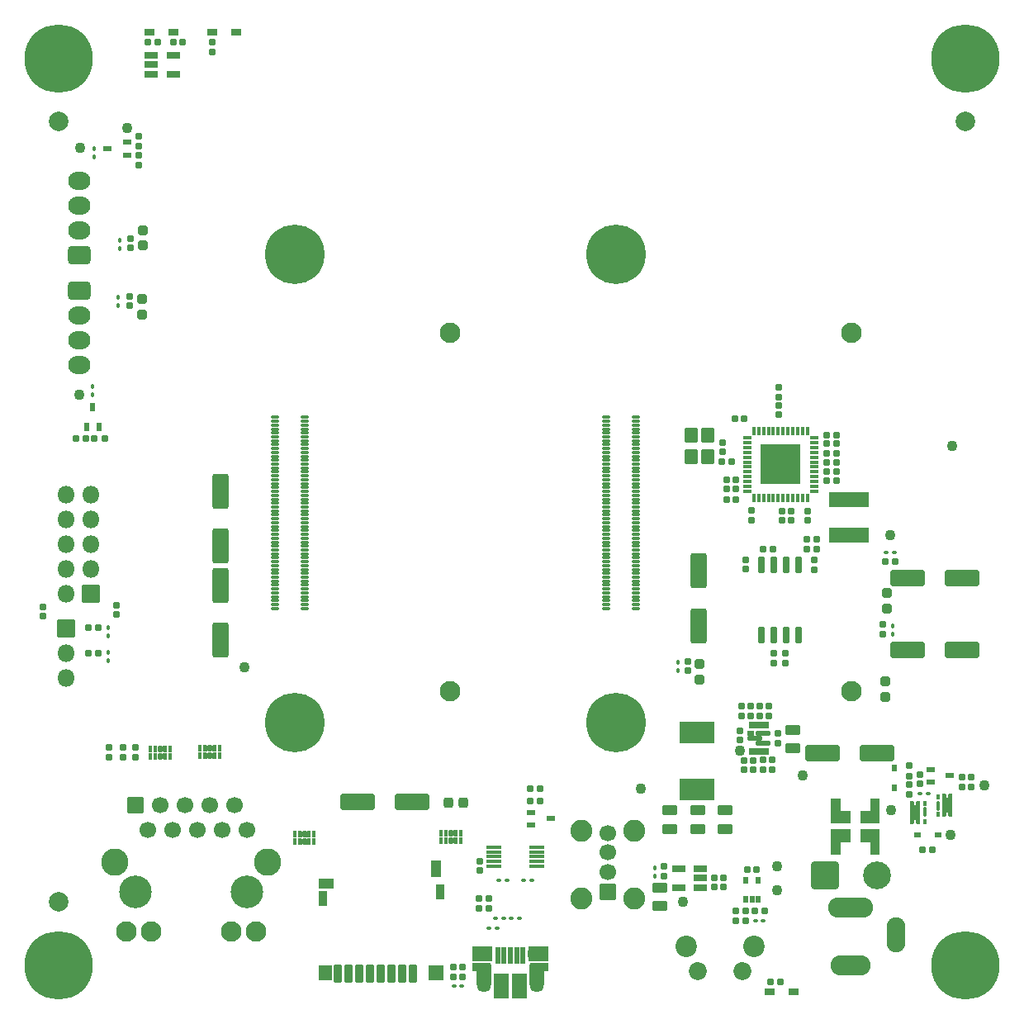
<source format=gts>
%TF.GenerationSoftware,KiCad,Pcbnew,(5.99.0-12650-g5c402a64ab)*%
%TF.CreationDate,2021-10-24T00:02:36+01:00*%
%TF.ProjectId,Pintry-X2,50696e74-7279-42d5-9832-2e6b69636164,rev?*%
%TF.SameCoordinates,Original*%
%TF.FileFunction,Soldermask,Top*%
%TF.FilePolarity,Negative*%
%FSLAX46Y46*%
G04 Gerber Fmt 4.6, Leading zero omitted, Abs format (unit mm)*
G04 Created by KiCad (PCBNEW (5.99.0-12650-g5c402a64ab)) date 2021-10-24 00:02:36*
%MOMM*%
%LPD*%
G01*
G04 APERTURE LIST*
G04 Aperture macros list*
%AMRoundRect*
0 Rectangle with rounded corners*
0 $1 Rounding radius*
0 $2 $3 $4 $5 $6 $7 $8 $9 X,Y pos of 4 corners*
0 Add a 4 corners polygon primitive as box body*
4,1,4,$2,$3,$4,$5,$6,$7,$8,$9,$2,$3,0*
0 Add four circle primitives for the rounded corners*
1,1,$1+$1,$2,$3*
1,1,$1+$1,$4,$5*
1,1,$1+$1,$6,$7*
1,1,$1+$1,$8,$9*
0 Add four rect primitives between the rounded corners*
20,1,$1+$1,$2,$3,$4,$5,0*
20,1,$1+$1,$4,$5,$6,$7,0*
20,1,$1+$1,$6,$7,$8,$9,0*
20,1,$1+$1,$8,$9,$2,$3,0*%
%AMFreePoly0*
4,1,32,0.444127,1.326197,0.447663,1.324733,0.474733,1.297663,0.476197,1.294127,0.480000,1.275000,0.480000,-0.425000,0.476197,-0.444127,0.474733,-0.447663,0.447663,-0.474733,0.444127,-0.476197,0.425000,-0.480000,-0.575000,-0.480000,-0.594127,-0.476197,-0.597663,-0.474733,-0.624733,-0.447663,-0.626197,-0.444127,-0.630000,-0.425000,-0.630000,0.520000,-1.875000,0.520000,-1.894127,0.523803,
-1.897663,0.525267,-1.924733,0.552337,-1.926197,0.555873,-1.930000,0.575000,-1.930000,1.275000,-1.926197,1.294127,-1.924733,1.297663,-1.897663,1.324733,-1.894127,1.326197,-1.875000,1.330000,0.425000,1.330000,0.444127,1.326197,0.444127,1.326197,$1*%
%AMFreePoly1*
4,1,29,1.135355,0.510355,1.150000,0.475000,1.150000,0.175000,1.135355,0.139645,1.100000,0.125000,0.800000,0.125000,0.800000,-0.125000,1.100000,-0.125000,1.135355,-0.139645,1.150000,-0.175000,1.150000,-0.475000,1.135355,-0.510355,1.100000,-0.525000,-1.100000,-0.525000,-1.135355,-0.510355,-1.150000,-0.475000,-1.150000,-0.175000,-1.135355,-0.139645,-1.100000,-0.125000,-0.800000,-0.125000,
-0.800000,0.125000,-1.100000,0.125000,-1.135355,0.139645,-1.150000,0.175000,-1.150000,0.475000,-1.135355,0.510355,-1.100000,0.525000,1.100000,0.525000,1.135355,0.510355,1.135355,0.510355,$1*%
G04 Aperture macros list end*
%ADD10C,0.010000*%
%ADD11RoundRect,0.300000X-1.125000X-1.125000X1.125000X-1.125000X1.125000X1.125000X-1.125000X1.125000X0*%
%ADD12C,2.850000*%
%ADD13RoundRect,0.050000X0.125000X-0.180000X0.125000X0.180000X-0.125000X0.180000X-0.125000X-0.180000X0*%
%ADD14C,1.100000*%
%ADD15RoundRect,0.050000X-0.150000X-0.275000X0.150000X-0.275000X0.150000X0.275000X-0.150000X0.275000X0*%
%ADD16RoundRect,0.050000X-0.200000X-0.275000X0.200000X-0.275000X0.200000X0.275000X-0.200000X0.275000X0*%
%ADD17RoundRect,0.185000X0.185000X-0.135000X0.185000X0.135000X-0.185000X0.135000X-0.185000X-0.135000X0*%
%ADD18RoundRect,0.200000X0.512500X0.150000X-0.512500X0.150000X-0.512500X-0.150000X0.512500X-0.150000X0*%
%ADD19RoundRect,0.185000X-0.135000X-0.185000X0.135000X-0.185000X0.135000X0.185000X-0.135000X0.185000X0*%
%ADD20RoundRect,0.190000X0.170000X-0.140000X0.170000X0.140000X-0.170000X0.140000X-0.170000X-0.140000X0*%
%ADD21RoundRect,0.300000X1.500000X0.550000X-1.500000X0.550000X-1.500000X-0.550000X1.500000X-0.550000X0*%
%ADD22RoundRect,0.190000X-0.140000X-0.170000X0.140000X-0.170000X0.140000X0.170000X-0.140000X0.170000X0*%
%ADD23FreePoly0,270.000000*%
%ADD24RoundRect,0.185000X-0.185000X0.135000X-0.185000X-0.135000X0.185000X-0.135000X0.185000X0.135000X0*%
%ADD25RoundRect,0.300000X-1.500000X-0.550000X1.500000X-0.550000X1.500000X0.550000X-1.500000X0.550000X0*%
%ADD26RoundRect,0.300000X0.550000X-1.500000X0.550000X1.500000X-0.550000X1.500000X-0.550000X-1.500000X0*%
%ADD27RoundRect,0.190000X-0.170000X0.140000X-0.170000X-0.140000X0.170000X-0.140000X0.170000X0.140000X0*%
%ADD28RoundRect,0.300000X-0.475000X0.250000X-0.475000X-0.250000X0.475000X-0.250000X0.475000X0.250000X0*%
%ADD29C,7.000000*%
%ADD30RoundRect,0.050000X0.200000X-0.825000X0.200000X0.825000X-0.200000X0.825000X-0.200000X-0.825000X0*%
%ADD31RoundRect,0.050000X-0.912500X-0.350000X0.912500X-0.350000X0.912500X0.350000X-0.912500X0.350000X0*%
%ADD32O,1.450000X1.800000*%
%ADD33RoundRect,0.050000X0.715000X-1.250000X0.715000X1.250000X-0.715000X1.250000X-0.715000X-1.250000X0*%
%ADD34RoundRect,0.050000X-0.675000X-1.000000X0.675000X-1.000000X0.675000X1.000000X-0.675000X1.000000X0*%
%ADD35O,1.200000X1.600000*%
%ADD36RoundRect,0.050000X-1.000000X-0.750000X1.000000X-0.750000X1.000000X0.750000X-1.000000X0.750000X0*%
%ADD37RoundRect,0.050000X-0.125000X0.180000X-0.125000X-0.180000X0.125000X-0.180000X0.125000X0.180000X0*%
%ADD38C,2.200000*%
%ADD39C,1.850000*%
%ADD40FreePoly1,270.000000*%
%ADD41RoundRect,0.050000X-0.150000X0.175000X-0.150000X-0.175000X0.150000X-0.175000X0.150000X0.175000X0*%
%ADD42RoundRect,0.050000X-0.117500X0.435000X-0.117500X-0.435000X0.117500X-0.435000X0.117500X0.435000X0*%
%ADD43RoundRect,0.050000X0.350000X-0.225000X0.350000X0.225000X-0.350000X0.225000X-0.350000X-0.225000X0*%
%ADD44RoundRect,0.050000X0.180000X0.125000X-0.180000X0.125000X-0.180000X-0.125000X0.180000X-0.125000X0*%
%ADD45RoundRect,0.050000X0.600000X-0.700000X0.600000X0.700000X-0.600000X0.700000X-0.600000X-0.700000X0*%
%ADD46RoundRect,0.112500X0.337500X0.062500X-0.337500X0.062500X-0.337500X-0.062500X0.337500X-0.062500X0*%
%ADD47RoundRect,0.112500X0.062500X0.337500X-0.062500X0.337500X-0.062500X-0.337500X0.062500X-0.337500X0*%
%ADD48RoundRect,0.050000X2.012500X2.012500X-2.012500X2.012500X-2.012500X-2.012500X2.012500X-2.012500X0*%
%ADD49RoundRect,0.050000X2.000000X-0.750000X2.000000X0.750000X-2.000000X0.750000X-2.000000X-0.750000X0*%
%ADD50RoundRect,0.050000X-0.450000X-0.300000X0.450000X-0.300000X0.450000X0.300000X-0.450000X0.300000X0*%
%ADD51RoundRect,0.050000X0.225000X-0.300000X0.225000X0.300000X-0.225000X0.300000X-0.225000X-0.300000X0*%
%ADD52RoundRect,0.050000X-1.700000X1.075000X-1.700000X-1.075000X1.700000X-1.075000X1.700000X1.075000X0*%
%ADD53RoundRect,0.190000X0.140000X0.170000X-0.140000X0.170000X-0.140000X-0.170000X0.140000X-0.170000X0*%
%ADD54RoundRect,0.268750X-0.256250X0.218750X-0.256250X-0.218750X0.256250X-0.218750X0.256250X0.218750X0*%
%ADD55C,2.000000*%
%ADD56RoundRect,0.050000X0.850000X0.850000X-0.850000X0.850000X-0.850000X-0.850000X0.850000X-0.850000X0*%
%ADD57O,1.800000X1.800000*%
%ADD58C,6.100000*%
%ADD59RoundRect,0.050000X-0.350000X0.100000X-0.350000X-0.100000X0.350000X-0.100000X0.350000X0.100000X0*%
%ADD60RoundRect,0.200000X0.150000X-0.650000X0.150000X0.650000X-0.150000X0.650000X-0.150000X-0.650000X0*%
%ADD61C,3.350000*%
%ADD62RoundRect,0.050000X-0.800000X-0.800000X0.800000X-0.800000X0.800000X0.800000X-0.800000X0.800000X0*%
%ADD63C,1.700000*%
%ADD64C,2.100000*%
%ADD65C,2.800000*%
%ADD66RoundRect,0.185000X0.135000X0.185000X-0.135000X0.185000X-0.135000X-0.185000X0.135000X-0.185000X0*%
%ADD67RoundRect,0.050000X-0.225000X-0.350000X0.225000X-0.350000X0.225000X0.350000X-0.225000X0.350000X0*%
%ADD68RoundRect,0.268750X-0.218750X-0.256250X0.218750X-0.256250X0.218750X0.256250X-0.218750X0.256250X0*%
%ADD69RoundRect,0.050000X-0.180000X-0.125000X0.180000X-0.125000X0.180000X0.125000X-0.180000X0.125000X0*%
%ADD70RoundRect,0.050000X0.300000X0.225000X-0.300000X0.225000X-0.300000X-0.225000X0.300000X-0.225000X0*%
%ADD71O,4.600000X2.100000*%
%ADD72O,4.100000X2.100000*%
%ADD73O,1.900000X3.600000*%
%ADD74RoundRect,0.050000X0.450000X0.300000X-0.450000X0.300000X-0.450000X-0.300000X0.450000X-0.300000X0*%
%ADD75RoundRect,0.300000X-0.550000X1.500000X-0.550000X-1.500000X0.550000X-1.500000X0.550000X1.500000X0*%
%ADD76RoundRect,0.050000X-0.350000X0.225000X-0.350000X-0.225000X0.350000X-0.225000X0.350000X0.225000X0*%
%ADD77RoundRect,0.050000X0.200000X-0.325000X0.200000X0.325000X-0.200000X0.325000X-0.200000X-0.325000X0*%
%ADD78RoundRect,0.300000X-0.845000X0.620000X-0.845000X-0.620000X0.845000X-0.620000X0.845000X0.620000X0*%
%ADD79O,2.290000X1.840000*%
%ADD80RoundRect,0.050000X-0.850000X-0.850000X0.850000X-0.850000X0.850000X0.850000X-0.850000X0.850000X0*%
%ADD81RoundRect,0.050000X0.700000X0.150000X-0.700000X0.150000X-0.700000X-0.150000X0.700000X-0.150000X0*%
%ADD82RoundRect,0.050000X-0.350000X-0.875000X0.350000X-0.875000X0.350000X0.875000X-0.350000X0.875000X0*%
%ADD83RoundRect,0.050000X-0.725000X-0.500000X0.725000X-0.500000X0.725000X0.500000X-0.725000X0.500000X0*%
%ADD84RoundRect,0.050000X-0.500000X-0.775000X0.500000X-0.775000X0.500000X0.775000X-0.500000X0.775000X0*%
%ADD85RoundRect,0.050000X-0.750000X-0.750000X0.750000X-0.750000X0.750000X0.750000X-0.750000X0.750000X0*%
%ADD86RoundRect,0.050000X-0.400000X-0.700000X0.400000X-0.700000X0.400000X0.700000X-0.400000X0.700000X0*%
%ADD87RoundRect,0.050000X-0.650000X-0.750000X0.650000X-0.750000X0.650000X0.750000X-0.650000X0.750000X0*%
%ADD88RoundRect,0.050000X-0.400000X-0.750000X0.400000X-0.750000X0.400000X0.750000X-0.400000X0.750000X0*%
%ADD89RoundRect,0.268750X0.256250X-0.218750X0.256250X0.218750X-0.256250X0.218750X-0.256250X-0.218750X0*%
%ADD90RoundRect,0.050000X0.800000X-0.800000X0.800000X0.800000X-0.800000X0.800000X-0.800000X-0.800000X0*%
%ADD91C,2.250000*%
%ADD92RoundRect,0.025000X0.700000X0.175000X-0.700000X0.175000X-0.700000X-0.175000X0.700000X-0.175000X0*%
%ADD93RoundRect,0.025000X0.175000X0.300000X-0.175000X0.300000X-0.175000X-0.300000X0.175000X-0.300000X0*%
%ADD94RoundRect,0.025000X0.300000X0.175000X-0.300000X0.175000X-0.300000X-0.175000X0.300000X-0.175000X0*%
%ADD95RoundRect,0.200000X-0.512500X-0.150000X0.512500X-0.150000X0.512500X0.150000X-0.512500X0.150000X0*%
%ADD96FreePoly1,90.000000*%
%ADD97RoundRect,0.050000X0.150000X-0.175000X0.150000X0.175000X-0.150000X0.175000X-0.150000X-0.175000X0*%
%ADD98RoundRect,0.050000X0.117500X-0.435000X0.117500X0.435000X-0.117500X0.435000X-0.117500X-0.435000X0*%
%ADD99RoundRect,0.300000X0.845000X-0.620000X0.845000X0.620000X-0.845000X0.620000X-0.845000X-0.620000X0*%
G04 APERTURE END LIST*
D10*
%TO.C,FL1*%
X152700000Y-191850000D02*
X152700000Y-189350000D01*
X152700000Y-189350000D02*
X153600000Y-189350000D01*
X153600000Y-189350000D02*
X153600000Y-190650000D01*
X153600000Y-190650000D02*
X154600000Y-190650000D01*
X154600000Y-190650000D02*
X154600000Y-191850000D01*
X154600000Y-191850000D02*
X152700000Y-191850000D01*
G36*
X153600000Y-190650000D02*
G01*
X154600000Y-190650000D01*
X154600000Y-191850000D01*
X152700000Y-191850000D01*
X152700000Y-189350000D01*
X153600000Y-189350000D01*
X153600000Y-190650000D01*
G37*
X153600000Y-190650000D02*
X154600000Y-190650000D01*
X154600000Y-191850000D01*
X152700000Y-191850000D01*
X152700000Y-189350000D01*
X153600000Y-189350000D01*
X153600000Y-190650000D01*
X157600000Y-191850000D02*
X157600000Y-189350000D01*
X157600000Y-189350000D02*
X156700000Y-189350000D01*
X156700000Y-189350000D02*
X156700000Y-190650000D01*
X156700000Y-190650000D02*
X155700000Y-190650000D01*
X155700000Y-190650000D02*
X155700000Y-191850000D01*
X155700000Y-191850000D02*
X157600000Y-191850000D01*
G36*
X157600000Y-191850000D02*
G01*
X155700000Y-191850000D01*
X155700000Y-190650000D01*
X156700000Y-190650000D01*
X156700000Y-189350000D01*
X157600000Y-189350000D01*
X157600000Y-191850000D01*
G37*
X157600000Y-191850000D02*
X155700000Y-191850000D01*
X155700000Y-190650000D01*
X156700000Y-190650000D01*
X156700000Y-189350000D01*
X157600000Y-189350000D01*
X157600000Y-191850000D01*
X157600000Y-192550000D02*
X157600000Y-195050000D01*
X157600000Y-195050000D02*
X156700000Y-195050000D01*
X156700000Y-195050000D02*
X156700000Y-193750000D01*
X156700000Y-193750000D02*
X155700000Y-193750000D01*
X155700000Y-193750000D02*
X155700000Y-192550000D01*
X155700000Y-192550000D02*
X157600000Y-192550000D01*
G36*
X157600000Y-195050000D02*
G01*
X156700000Y-195050000D01*
X156700000Y-193750000D01*
X155700000Y-193750000D01*
X155700000Y-192550000D01*
X157600000Y-192550000D01*
X157600000Y-195050000D01*
G37*
X157600000Y-195050000D02*
X156700000Y-195050000D01*
X156700000Y-193750000D01*
X155700000Y-193750000D01*
X155700000Y-192550000D01*
X157600000Y-192550000D01*
X157600000Y-195050000D01*
X152700000Y-192550000D02*
X152700000Y-195050000D01*
X152700000Y-195050000D02*
X153600000Y-195050000D01*
X153600000Y-195050000D02*
X153600000Y-193750000D01*
X153600000Y-193750000D02*
X154600000Y-193750000D01*
X154600000Y-193750000D02*
X154600000Y-192550000D01*
X154600000Y-192550000D02*
X152700000Y-192550000D01*
G36*
X154600000Y-193750000D02*
G01*
X153600000Y-193750000D01*
X153600000Y-195050000D01*
X152700000Y-195050000D01*
X152700000Y-192550000D01*
X154600000Y-192550000D01*
X154600000Y-193750000D01*
G37*
X154600000Y-193750000D02*
X153600000Y-193750000D01*
X153600000Y-195050000D01*
X152700000Y-195050000D01*
X152700000Y-192550000D01*
X154600000Y-192550000D01*
X154600000Y-193750000D01*
X152700000Y-191850000D02*
X152700000Y-189350000D01*
X152700000Y-189350000D02*
X153600000Y-189350000D01*
X153600000Y-189350000D02*
X153600000Y-190650000D01*
X153600000Y-190650000D02*
X154600000Y-190650000D01*
X154600000Y-190650000D02*
X154600000Y-191850000D01*
X154600000Y-191850000D02*
X152700000Y-191850000D01*
G36*
X153600000Y-190650000D02*
G01*
X154600000Y-190650000D01*
X154600000Y-191850000D01*
X152700000Y-191850000D01*
X152700000Y-189350000D01*
X153600000Y-189350000D01*
X153600000Y-190650000D01*
G37*
X153600000Y-190650000D02*
X154600000Y-190650000D01*
X154600000Y-191850000D01*
X152700000Y-191850000D01*
X152700000Y-189350000D01*
X153600000Y-189350000D01*
X153600000Y-190650000D01*
X157600000Y-191850000D02*
X157600000Y-189350000D01*
X157600000Y-189350000D02*
X156700000Y-189350000D01*
X156700000Y-189350000D02*
X156700000Y-190650000D01*
X156700000Y-190650000D02*
X155700000Y-190650000D01*
X155700000Y-190650000D02*
X155700000Y-191850000D01*
X155700000Y-191850000D02*
X157600000Y-191850000D01*
G36*
X157600000Y-191850000D02*
G01*
X155700000Y-191850000D01*
X155700000Y-190650000D01*
X156700000Y-190650000D01*
X156700000Y-189350000D01*
X157600000Y-189350000D01*
X157600000Y-191850000D01*
G37*
X157600000Y-191850000D02*
X155700000Y-191850000D01*
X155700000Y-190650000D01*
X156700000Y-190650000D01*
X156700000Y-189350000D01*
X157600000Y-189350000D01*
X157600000Y-191850000D01*
X157600000Y-192550000D02*
X157600000Y-195050000D01*
X157600000Y-195050000D02*
X156700000Y-195050000D01*
X156700000Y-195050000D02*
X156700000Y-193750000D01*
X156700000Y-193750000D02*
X155700000Y-193750000D01*
X155700000Y-193750000D02*
X155700000Y-192550000D01*
X155700000Y-192550000D02*
X157600000Y-192550000D01*
G36*
X157600000Y-195050000D02*
G01*
X156700000Y-195050000D01*
X156700000Y-193750000D01*
X155700000Y-193750000D01*
X155700000Y-192550000D01*
X157600000Y-192550000D01*
X157600000Y-195050000D01*
G37*
X157600000Y-195050000D02*
X156700000Y-195050000D01*
X156700000Y-193750000D01*
X155700000Y-193750000D01*
X155700000Y-192550000D01*
X157600000Y-192550000D01*
X157600000Y-195050000D01*
X152700000Y-192550000D02*
X152700000Y-195050000D01*
X152700000Y-195050000D02*
X153600000Y-195050000D01*
X153600000Y-195050000D02*
X153600000Y-193750000D01*
X153600000Y-193750000D02*
X154600000Y-193750000D01*
X154600000Y-193750000D02*
X154600000Y-192550000D01*
X154600000Y-192550000D02*
X152700000Y-192550000D01*
G36*
X154600000Y-193750000D02*
G01*
X153600000Y-193750000D01*
X153600000Y-195050000D01*
X152700000Y-195050000D01*
X152700000Y-192550000D01*
X154600000Y-192550000D01*
X154600000Y-193750000D01*
G37*
X154600000Y-193750000D02*
X153600000Y-193750000D01*
X153600000Y-195050000D01*
X152700000Y-195050000D01*
X152700000Y-192550000D01*
X154600000Y-192550000D01*
X154600000Y-193750000D01*
%TD*%
D11*
%TO.C,J12*%
X152050000Y-197250000D03*
D12*
X157450000Y-197250000D03*
%TD*%
D13*
%TO.C,D13*%
X79750000Y-132130000D03*
X79750000Y-132970000D03*
%TD*%
D14*
%TO.C,TP5*%
X168450000Y-188000000D03*
%TD*%
D15*
%TO.C,U2*%
X88000000Y-185020000D03*
X88500000Y-185020000D03*
D16*
X89000000Y-185020000D03*
D15*
X89500000Y-185020000D03*
X90000000Y-185020000D03*
X90000000Y-184250000D03*
X89500000Y-184250000D03*
D16*
X89000000Y-184250000D03*
D15*
X88500000Y-184250000D03*
X88000000Y-184250000D03*
%TD*%
D17*
%TO.C,R27*%
X160700000Y-188960000D03*
X160700000Y-187940000D03*
%TD*%
D14*
%TO.C,TP9*%
X75700000Y-122700000D03*
%TD*%
D18*
%TO.C,U15*%
X139337500Y-198500000D03*
X139337500Y-197550000D03*
X139337500Y-196600000D03*
X137062500Y-196600000D03*
X137062500Y-198500000D03*
%TD*%
D19*
%TO.C,R10*%
X77190000Y-152500000D03*
X78210000Y-152500000D03*
%TD*%
D20*
%TO.C,C2*%
X116650000Y-196780000D03*
X116650000Y-195820000D03*
%TD*%
D21*
%TO.C,C49*%
X109725000Y-189750000D03*
X104125000Y-189750000D03*
%TD*%
D17*
%TO.C,R30*%
X145700000Y-186460000D03*
X145700000Y-185440000D03*
%TD*%
D15*
%TO.C,U6*%
X97700000Y-193820000D03*
X98200000Y-193820000D03*
D16*
X98700000Y-193820000D03*
D15*
X99200000Y-193820000D03*
X99700000Y-193820000D03*
X99700000Y-193050000D03*
X99200000Y-193050000D03*
D16*
X98700000Y-193050000D03*
D15*
X98200000Y-193050000D03*
X97700000Y-193050000D03*
%TD*%
D22*
%TO.C,C15*%
X113970000Y-206700000D03*
X114930000Y-206700000D03*
%TD*%
D23*
%TO.C,FL1*%
X156225000Y-191325000D03*
%TD*%
D24*
%TO.C,R3*%
X78700000Y-184140000D03*
X78700000Y-185160000D03*
%TD*%
D14*
%TO.C,TP6*%
X165150000Y-153250000D03*
%TD*%
D25*
%TO.C,C55*%
X160575000Y-166750000D03*
X166175000Y-166750000D03*
%TD*%
D17*
%TO.C,R31*%
X166100000Y-188210000D03*
X166100000Y-187190000D03*
%TD*%
%TO.C,R2*%
X116600000Y-200610000D03*
X116600000Y-199590000D03*
%TD*%
D26*
%TO.C,C50*%
X139100000Y-171650000D03*
X139100000Y-166050000D03*
%TD*%
D22*
%TO.C,C28*%
X152277500Y-154917500D03*
X153237500Y-154917500D03*
%TD*%
D27*
%TO.C,C68*%
X71900000Y-169720000D03*
X71900000Y-170680000D03*
%TD*%
D28*
%TO.C,C58*%
X148750000Y-182350000D03*
X148750000Y-184250000D03*
%TD*%
D13*
%TO.C,D12*%
X78550000Y-174430000D03*
X78550000Y-175270000D03*
%TD*%
D29*
%TO.C,H3*%
X166500000Y-113500000D03*
%TD*%
D19*
%TO.C,R16*%
X121840000Y-189650000D03*
X122860000Y-189650000D03*
%TD*%
D14*
%TO.C,TP11*%
X158800000Y-162350000D03*
%TD*%
D28*
%TO.C,C6*%
X135150000Y-198500000D03*
X135150000Y-200400000D03*
%TD*%
D17*
%TO.C,R7*%
X81750000Y-124410000D03*
X81750000Y-123390000D03*
%TD*%
D24*
%TO.C,R6*%
X89300000Y-111790000D03*
X89300000Y-112810000D03*
%TD*%
D27*
%TO.C,C27*%
X143950000Y-164920000D03*
X143950000Y-165880000D03*
%TD*%
D30*
%TO.C,J1*%
X118515000Y-205435000D03*
X119165000Y-205435000D03*
X119815000Y-205435000D03*
X120465000Y-205435000D03*
X121115000Y-205435000D03*
D31*
X116865000Y-206635000D03*
D32*
X117085000Y-208315000D03*
D31*
X122815000Y-206635000D03*
D32*
X122545000Y-208315000D03*
D33*
X118855000Y-208585000D03*
D34*
X122565000Y-207385000D03*
X117085000Y-207385000D03*
D35*
X122235000Y-205315000D03*
D36*
X122715000Y-205315000D03*
D33*
X120775000Y-208585000D03*
D35*
X117395000Y-205315000D03*
D36*
X116965000Y-205335000D03*
%TD*%
D17*
%TO.C,R13*%
X147350000Y-148210000D03*
X147350000Y-147190000D03*
%TD*%
D37*
%TO.C,D16*%
X77000000Y-148020000D03*
X77000000Y-147180000D03*
%TD*%
D20*
%TO.C,C5*%
X141700000Y-198480000D03*
X141700000Y-197520000D03*
%TD*%
D38*
%TO.C,SW1*%
X137825000Y-204577500D03*
X144835000Y-204577500D03*
D39*
X143585000Y-207067500D03*
X139085000Y-207067500D03*
%TD*%
D40*
%TO.C,Q7*%
X164625000Y-190100000D03*
D41*
X163650000Y-189175000D03*
X163650000Y-191025000D03*
D42*
X163650000Y-190140000D03*
%TD*%
D43*
%TO.C,Q1*%
X80500000Y-123400000D03*
X80500000Y-122100000D03*
X78500000Y-122750000D03*
%TD*%
D17*
%TO.C,R22*%
X145400000Y-180910000D03*
X145400000Y-179890000D03*
%TD*%
D44*
%TO.C,D4*%
X121180000Y-197750000D03*
X122020000Y-197750000D03*
%TD*%
D45*
%TO.C,Y1*%
X140062500Y-154362500D03*
X140062500Y-152162500D03*
X138362500Y-152162500D03*
X138362500Y-154362500D03*
%TD*%
D37*
%TO.C,D23*%
X159025000Y-172527500D03*
X159025000Y-171687500D03*
%TD*%
D17*
%TO.C,R26*%
X143500000Y-180910000D03*
X143500000Y-179890000D03*
%TD*%
D46*
%TO.C,U7*%
X150987500Y-157887500D03*
X150987500Y-157387500D03*
X150987500Y-156887500D03*
X150987500Y-156387500D03*
X150987500Y-155887500D03*
X150987500Y-155387500D03*
X150987500Y-154887500D03*
X150987500Y-154387500D03*
X150987500Y-153887500D03*
X150987500Y-153387500D03*
X150987500Y-152887500D03*
X150987500Y-152387500D03*
D47*
X150287500Y-151687500D03*
X149787500Y-151687500D03*
X149287500Y-151687500D03*
X148787500Y-151687500D03*
X148287500Y-151687500D03*
X147787500Y-151687500D03*
X147287500Y-151687500D03*
X146787500Y-151687500D03*
X146287500Y-151687500D03*
X145787500Y-151687500D03*
X145287500Y-151687500D03*
X144787500Y-151687500D03*
D46*
X144087500Y-152387500D03*
X144087500Y-152887500D03*
X144087500Y-153387500D03*
X144087500Y-153887500D03*
X144087500Y-154387500D03*
X144087500Y-154887500D03*
X144087500Y-155387500D03*
X144087500Y-155887500D03*
X144087500Y-156387500D03*
X144087500Y-156887500D03*
X144087500Y-157387500D03*
X144087500Y-157887500D03*
D47*
X144787500Y-158587500D03*
X145287500Y-158587500D03*
X145787500Y-158587500D03*
X146287500Y-158587500D03*
X146787500Y-158587500D03*
X147287500Y-158587500D03*
X147787500Y-158587500D03*
X148287500Y-158587500D03*
X148787500Y-158587500D03*
X149287500Y-158587500D03*
X149787500Y-158587500D03*
X150287500Y-158587500D03*
D48*
X147537500Y-155137500D03*
%TD*%
D13*
%TO.C,D15*%
X77150000Y-122730000D03*
X77150000Y-123570000D03*
%TD*%
D49*
%TO.C,L1*%
X154500000Y-162350000D03*
X154500000Y-158750000D03*
%TD*%
D14*
%TO.C,TP3*%
X164950000Y-193150000D03*
%TD*%
D50*
%TO.C,D8*%
X82850000Y-110800000D03*
X85250000Y-110800000D03*
%TD*%
D24*
%TO.C,R23*%
X146350000Y-179890000D03*
X146350000Y-180910000D03*
%TD*%
D22*
%TO.C,C13*%
X144120000Y-196650000D03*
X145080000Y-196650000D03*
%TD*%
D20*
%TO.C,C17*%
X80750000Y-138880000D03*
X80750000Y-137920000D03*
%TD*%
D13*
%TO.C,D21*%
X137000000Y-175405000D03*
X137000000Y-176245000D03*
%TD*%
D29*
%TO.C,H4*%
X73500000Y-113500000D03*
%TD*%
D51*
%TO.C,D26*%
X159200000Y-188325000D03*
X159200000Y-186225000D03*
%TD*%
D15*
%TO.C,U1*%
X82950000Y-185035000D03*
X83450000Y-185035000D03*
D16*
X83950000Y-185035000D03*
D15*
X84450000Y-185035000D03*
X84950000Y-185035000D03*
X84950000Y-184265000D03*
X84450000Y-184265000D03*
D16*
X83950000Y-184265000D03*
D15*
X83450000Y-184265000D03*
X82950000Y-184265000D03*
%TD*%
D52*
%TO.C,L2*%
X139000000Y-182575000D03*
X139000000Y-188425000D03*
%TD*%
D19*
%TO.C,R8*%
X75280000Y-152500000D03*
X76300000Y-152500000D03*
%TD*%
D15*
%TO.C,U5*%
X112750000Y-193685000D03*
X113250000Y-193685000D03*
D16*
X113750000Y-193685000D03*
D15*
X114250000Y-193685000D03*
X114750000Y-193685000D03*
X114750000Y-192915000D03*
X114250000Y-192915000D03*
D16*
X113750000Y-192915000D03*
D15*
X113250000Y-192915000D03*
X112750000Y-192915000D03*
%TD*%
D19*
%TO.C,R35*%
X121840000Y-188400000D03*
X122860000Y-188400000D03*
%TD*%
D53*
%TO.C,C36*%
X143780000Y-150450000D03*
X142820000Y-150450000D03*
%TD*%
D29*
%TO.C,H2*%
X73500000Y-206500000D03*
%TD*%
D19*
%TO.C,R20*%
X76590000Y-174450000D03*
X77610000Y-174450000D03*
%TD*%
D29*
%TO.C,H1*%
X166500000Y-206500000D03*
%TD*%
D54*
%TO.C,FB6*%
X158250000Y-177362500D03*
X158250000Y-178937500D03*
%TD*%
D19*
%TO.C,R14*%
X146530000Y-208200000D03*
X147550000Y-208200000D03*
%TD*%
D27*
%TO.C,C38*%
X147657500Y-159887500D03*
X147657500Y-160847500D03*
%TD*%
D53*
%TO.C,C33*%
X142937500Y-158767500D03*
X141977500Y-158767500D03*
%TD*%
D55*
%TO.C,FID3*%
X73500000Y-200000000D03*
%TD*%
D44*
%TO.C,D25*%
X161830000Y-188900000D03*
X162670000Y-188900000D03*
%TD*%
D55*
%TO.C,FID1*%
X166500000Y-120000000D03*
%TD*%
D24*
%TO.C,R24*%
X144450000Y-179890000D03*
X144450000Y-180910000D03*
%TD*%
D50*
%TO.C,D9*%
X89300000Y-110800000D03*
X91700000Y-110800000D03*
%TD*%
D26*
%TO.C,C10*%
X90100000Y-163450000D03*
X90100000Y-157850000D03*
%TD*%
D22*
%TO.C,C11*%
X85270000Y-111850000D03*
X86230000Y-111850000D03*
%TD*%
D54*
%TO.C,FB1*%
X82150000Y-131112500D03*
X82150000Y-132687500D03*
%TD*%
D27*
%TO.C,C39*%
X148607500Y-159887500D03*
X148607500Y-160847500D03*
%TD*%
D44*
%TO.C,D3*%
X119900000Y-201700000D03*
X120740000Y-201700000D03*
%TD*%
%TO.C,D22*%
X158380000Y-164125000D03*
X159220000Y-164125000D03*
%TD*%
D24*
%TO.C,R4*%
X80100000Y-184140000D03*
X80100000Y-185160000D03*
%TD*%
D22*
%TO.C,C34*%
X152277500Y-152117500D03*
X153237500Y-152117500D03*
%TD*%
%TO.C,C14*%
X113970000Y-207650000D03*
X114930000Y-207650000D03*
%TD*%
D55*
%TO.C,FID5*%
X73500000Y-120000000D03*
%TD*%
D22*
%TO.C,C32*%
X152277500Y-153017500D03*
X153237500Y-153017500D03*
%TD*%
D27*
%TO.C,C23*%
X151200000Y-162820000D03*
X151200000Y-163780000D03*
%TD*%
D22*
%TO.C,C43*%
X158295000Y-165100000D03*
X159255000Y-165100000D03*
%TD*%
D27*
%TO.C,C61*%
X143800000Y-185470000D03*
X143800000Y-186430000D03*
%TD*%
D56*
%TO.C,J6*%
X76775000Y-168375000D03*
D57*
X74235000Y-168375000D03*
X76775000Y-165835000D03*
X74235000Y-165835000D03*
X76775000Y-163295000D03*
X74235000Y-163295000D03*
X76775000Y-160755000D03*
X74235000Y-160755000D03*
X76775000Y-158215000D03*
X74235000Y-158215000D03*
%TD*%
D22*
%TO.C,C31*%
X152277500Y-156767500D03*
X153237500Y-156767500D03*
%TD*%
D20*
%TO.C,C4*%
X140750000Y-198480000D03*
X140750000Y-197520000D03*
%TD*%
D24*
%TO.C,R11*%
X150950000Y-164890000D03*
X150950000Y-165910000D03*
%TD*%
D44*
%TO.C,D10*%
X114030000Y-208600000D03*
X114870000Y-208600000D03*
%TD*%
D58*
%TO.C,Module1*%
X130700000Y-133600000D03*
X97700000Y-181600000D03*
X97700000Y-133600000D03*
X130700000Y-181600000D03*
D59*
X95700000Y-150300000D03*
X98780000Y-150300000D03*
X95700000Y-150700000D03*
X98780000Y-150700000D03*
X95700000Y-151100000D03*
X98780000Y-151100000D03*
X95700000Y-151500000D03*
X98780000Y-151500000D03*
X95700000Y-151900000D03*
X98780000Y-151900000D03*
X95700000Y-152300000D03*
X98780000Y-152300000D03*
X95700000Y-152700000D03*
X98780000Y-152700000D03*
X95700000Y-153100000D03*
X98780000Y-153100000D03*
X95700000Y-153500000D03*
X98780000Y-153500000D03*
X95700000Y-153900000D03*
X98780000Y-153900000D03*
X95700000Y-154300000D03*
X98780000Y-154300000D03*
X95700000Y-154700000D03*
X98780000Y-154700000D03*
X95700000Y-155100000D03*
X98780000Y-155100000D03*
X95700000Y-155500000D03*
X98780000Y-155500000D03*
X95700000Y-155900000D03*
X98780000Y-155900000D03*
X95700000Y-156300000D03*
X98780000Y-156300000D03*
X95700000Y-156700000D03*
X98780000Y-156700000D03*
X95700000Y-157100000D03*
X98780000Y-157100000D03*
X95700000Y-157500000D03*
X98780000Y-157500000D03*
X95700000Y-157900000D03*
X98780000Y-157900000D03*
X95700000Y-158300000D03*
X98780000Y-158300000D03*
X95700000Y-158700000D03*
X98780000Y-158700000D03*
X95700000Y-159100000D03*
X98780000Y-159100000D03*
X95700000Y-159500000D03*
X98780000Y-159500000D03*
X95700000Y-159900000D03*
X98780000Y-159900000D03*
X95700000Y-160300000D03*
X98780000Y-160300000D03*
X95700000Y-160700000D03*
X98780000Y-160700000D03*
X95700000Y-161100000D03*
X98780000Y-161100000D03*
X95700000Y-161500000D03*
X98780000Y-161500000D03*
X95700000Y-161900000D03*
X98780000Y-161900000D03*
X95700000Y-162300000D03*
X98780000Y-162300000D03*
X95700000Y-162700000D03*
X98780000Y-162700000D03*
X95700000Y-163100000D03*
X98780000Y-163100000D03*
X95700000Y-163500000D03*
X98780000Y-163500000D03*
X95700000Y-163900000D03*
X98780000Y-163900000D03*
X95700000Y-164300000D03*
X98780000Y-164300000D03*
X95700000Y-164700000D03*
X98780000Y-164700000D03*
X95700000Y-165100000D03*
X98780000Y-165100000D03*
X95700000Y-165500000D03*
X98780000Y-165500000D03*
X95700000Y-165900000D03*
X98780000Y-165900000D03*
X95700000Y-166300000D03*
X98780000Y-166300000D03*
X95700000Y-166700000D03*
X98780000Y-166700000D03*
X95700000Y-167100000D03*
X98780000Y-167100000D03*
X95700000Y-167500000D03*
X98780000Y-167500000D03*
X95700000Y-167900000D03*
X98780000Y-167900000D03*
X95700000Y-168300000D03*
X98780000Y-168300000D03*
X95700000Y-168700000D03*
X98780000Y-168700000D03*
X95700000Y-169100000D03*
X98780000Y-169100000D03*
X95700000Y-169500000D03*
X98780000Y-169500000D03*
X95700000Y-169900000D03*
X98780000Y-169900000D03*
X129620000Y-150300000D03*
X132700000Y-150300000D03*
X129620000Y-150700000D03*
X132700000Y-150700000D03*
X129620000Y-151100000D03*
X132700000Y-151100000D03*
X129620000Y-151500000D03*
X132700000Y-151500000D03*
X129620000Y-151900000D03*
X132700000Y-151900000D03*
X129620000Y-152300000D03*
X132700000Y-152300000D03*
X129620000Y-152700000D03*
X132700000Y-152700000D03*
X129620000Y-153100000D03*
X132700000Y-153100000D03*
X129620000Y-153500000D03*
X132700000Y-153500000D03*
X129620000Y-153900000D03*
X132700000Y-153900000D03*
X129620000Y-154300000D03*
X132700000Y-154300000D03*
X129620000Y-154700000D03*
X132700000Y-154700000D03*
X129620000Y-155100000D03*
X132700000Y-155100000D03*
X129620000Y-155500000D03*
X132700000Y-155500000D03*
X129620000Y-155900000D03*
X132700000Y-155900000D03*
X129620000Y-156300000D03*
X132700000Y-156300000D03*
X129620000Y-156700000D03*
X132700000Y-156700000D03*
X129620000Y-157100000D03*
X132700000Y-157100000D03*
X129620000Y-157500000D03*
X132700000Y-157500000D03*
X129620000Y-157900000D03*
X132700000Y-157900000D03*
X129620000Y-158300000D03*
X132700000Y-158300000D03*
X129620000Y-158700000D03*
X132700000Y-158700000D03*
X129620000Y-159100000D03*
X132700000Y-159100000D03*
X129620000Y-159500000D03*
X132700000Y-159500000D03*
X129620000Y-159900000D03*
X132700000Y-159900000D03*
X129620000Y-160300000D03*
X132700000Y-160300000D03*
X129620000Y-160700000D03*
X132700000Y-160700000D03*
X129620000Y-161100000D03*
X132700000Y-161100000D03*
X129620000Y-161500000D03*
X132700000Y-161500000D03*
X129620000Y-161900000D03*
X132700000Y-161900000D03*
X129620000Y-162300000D03*
X132700000Y-162300000D03*
X129620000Y-162700000D03*
X132700000Y-162700000D03*
X129620000Y-163100000D03*
X132700000Y-163100000D03*
X129620000Y-163500000D03*
X132700000Y-163500000D03*
X129620000Y-163900000D03*
X132700000Y-163900000D03*
X129620000Y-164300000D03*
X132700000Y-164300000D03*
X129620000Y-164700000D03*
X132700000Y-164700000D03*
X129620000Y-165100000D03*
X132700000Y-165100000D03*
X129620000Y-165500000D03*
X132700000Y-165500000D03*
X129620000Y-165900000D03*
X132700000Y-165900000D03*
X129620000Y-166300000D03*
X132700000Y-166300000D03*
X129620000Y-166700000D03*
X132700000Y-166700000D03*
X129620000Y-167100000D03*
X132700000Y-167100000D03*
X129620000Y-167500000D03*
X132700000Y-167500000D03*
X129620000Y-167900000D03*
X132700000Y-167900000D03*
X129620000Y-168300000D03*
X132700000Y-168300000D03*
X129620000Y-168700000D03*
X132700000Y-168700000D03*
X129620000Y-169100000D03*
X132700000Y-169100000D03*
X129620000Y-169500000D03*
X132700000Y-169500000D03*
X129620000Y-169900000D03*
X132700000Y-169900000D03*
%TD*%
D60*
%TO.C,U10*%
X145545000Y-172650000D03*
X146815000Y-172650000D03*
X148085000Y-172650000D03*
X149355000Y-172650000D03*
X149355000Y-165450000D03*
X148085000Y-165450000D03*
X146815000Y-165450000D03*
X145545000Y-165450000D03*
%TD*%
D20*
%TO.C,C9*%
X81400000Y-185130000D03*
X81400000Y-184170000D03*
%TD*%
D13*
%TO.C,D11*%
X78550000Y-171880000D03*
X78550000Y-172720000D03*
%TD*%
D61*
%TO.C,J3*%
X92815000Y-198925000D03*
X81385000Y-198925000D03*
D62*
X81385000Y-190035000D03*
D63*
X82655000Y-192575000D03*
X83925000Y-190035000D03*
X85195000Y-192575000D03*
X86465000Y-190035000D03*
X87735000Y-192575000D03*
X89005000Y-190035000D03*
X90275000Y-192575000D03*
X91545000Y-190035000D03*
X92815000Y-192575000D03*
D64*
X80455000Y-202985000D03*
X83005000Y-202985000D03*
X91205000Y-202985000D03*
X93755000Y-202985000D03*
D65*
X94955000Y-195875000D03*
X79245000Y-195875000D03*
%TD*%
D28*
%TO.C,C64*%
X141800000Y-190600000D03*
X141800000Y-192500000D03*
%TD*%
D66*
%TO.C,R15*%
X143960000Y-200900000D03*
X142940000Y-200900000D03*
%TD*%
D53*
%TO.C,C40*%
X142487500Y-154812500D03*
X141527500Y-154812500D03*
%TD*%
D27*
%TO.C,C42*%
X138000000Y-175345000D03*
X138000000Y-176305000D03*
%TD*%
%TO.C,C60*%
X143400000Y-182420000D03*
X143400000Y-183380000D03*
%TD*%
D67*
%TO.C,Q2*%
X76350000Y-151250000D03*
X77650000Y-151250000D03*
X77000000Y-149250000D03*
%TD*%
D28*
%TO.C,C62*%
X139050000Y-190600000D03*
X139050000Y-192500000D03*
%TD*%
D68*
%TO.C,FB3*%
X113437500Y-189775000D03*
X115012500Y-189775000D03*
%TD*%
D69*
%TO.C,D6*%
X119470000Y-197750000D03*
X118630000Y-197750000D03*
%TD*%
D70*
%TO.C,D24*%
X163700000Y-193150000D03*
X161600000Y-193150000D03*
%TD*%
D14*
%TO.C,TP1*%
X158850000Y-190600000D03*
%TD*%
D17*
%TO.C,R29*%
X146650000Y-186460000D03*
X146650000Y-185440000D03*
%TD*%
%TO.C,R9*%
X81750000Y-122510000D03*
X81750000Y-121490000D03*
%TD*%
D22*
%TO.C,C29*%
X152277500Y-155867500D03*
X153237500Y-155867500D03*
%TD*%
D71*
%TO.C,J11*%
X154700000Y-200550000D03*
D72*
X154700000Y-206450000D03*
D73*
X159400000Y-203350000D03*
%TD*%
D74*
%TO.C,D17*%
X148837500Y-209200000D03*
X146437500Y-209200000D03*
%TD*%
D14*
%TO.C,TP14*%
X137500000Y-200000000D03*
%TD*%
%TO.C,TP8*%
X147200000Y-196350000D03*
%TD*%
D75*
%TO.C,C8*%
X90100000Y-167550000D03*
X90100000Y-173150000D03*
%TD*%
D66*
%TO.C,R5*%
X143960000Y-201950000D03*
X142940000Y-201950000D03*
%TD*%
D76*
%TO.C,Q6*%
X162900000Y-186400000D03*
X162900000Y-187700000D03*
X164900000Y-187050000D03*
%TD*%
D19*
%TO.C,R1*%
X82690000Y-111850000D03*
X83710000Y-111850000D03*
%TD*%
D77*
%TO.C,U4*%
X143950000Y-199700000D03*
X144600000Y-199700000D03*
X145250000Y-199700000D03*
X145250000Y-197800000D03*
X143950000Y-197800000D03*
%TD*%
D78*
%TO.C,J8*%
X75650000Y-137300000D03*
D79*
X75650000Y-139840000D03*
X75650000Y-142380000D03*
X75650000Y-144920000D03*
%TD*%
D22*
%TO.C,C20*%
X141977500Y-157617500D03*
X142937500Y-157617500D03*
%TD*%
D14*
%TO.C,TP16*%
X149800000Y-187050000D03*
%TD*%
D22*
%TO.C,C35*%
X152277500Y-153967500D03*
X153237500Y-153967500D03*
%TD*%
D54*
%TO.C,FB4*%
X139225000Y-175612500D03*
X139225000Y-177187500D03*
%TD*%
D80*
%TO.C,J5*%
X74250000Y-171960000D03*
D57*
X74250000Y-174500000D03*
X74250000Y-177040000D03*
%TD*%
D76*
%TO.C,Q3*%
X121950000Y-190800000D03*
X121950000Y-192100000D03*
X123950000Y-191450000D03*
%TD*%
D27*
%TO.C,C16*%
X80850000Y-131970000D03*
X80850000Y-132930000D03*
%TD*%
D37*
%TO.C,D2*%
X134600000Y-197320000D03*
X134600000Y-196480000D03*
%TD*%
D14*
%TO.C,TP7*%
X147200000Y-198800000D03*
%TD*%
D20*
%TO.C,C37*%
X147357500Y-150030000D03*
X147357500Y-149070000D03*
%TD*%
D17*
%TO.C,R17*%
X146800000Y-175510000D03*
X146800000Y-174490000D03*
%TD*%
D14*
%TO.C,TP10*%
X75650000Y-147950000D03*
%TD*%
D81*
%TO.C,U14*%
X122510000Y-196350000D03*
X122510000Y-195850000D03*
X122510000Y-195350000D03*
X122510000Y-194850000D03*
X122510000Y-194350000D03*
X118110000Y-194350000D03*
X118110000Y-194850000D03*
X118110000Y-195350000D03*
X118110000Y-195850000D03*
X118110000Y-196350000D03*
%TD*%
D82*
%TO.C,J4*%
X109795000Y-207350000D03*
X108695000Y-207350000D03*
X107595000Y-207350000D03*
X106495000Y-207350000D03*
X105395000Y-207350000D03*
X104295000Y-207350000D03*
X103195000Y-207350000D03*
X102095000Y-207350000D03*
D83*
X100970000Y-198125000D03*
D84*
X112195000Y-196550000D03*
D85*
X112245000Y-207225000D03*
D86*
X112595000Y-198975000D03*
D87*
X100895000Y-207225000D03*
D88*
X100645000Y-199625000D03*
%TD*%
D89*
%TO.C,FB2*%
X82100000Y-139737500D03*
X82100000Y-138162500D03*
%TD*%
D69*
%TO.C,D1*%
X118470000Y-202650000D03*
X117630000Y-202650000D03*
%TD*%
D14*
%TO.C,TP2*%
X143350000Y-184500000D03*
%TD*%
D27*
%TO.C,C18*%
X141562500Y-152882500D03*
X141562500Y-153842500D03*
%TD*%
D20*
%TO.C,C44*%
X158050000Y-172505000D03*
X158050000Y-171545000D03*
%TD*%
D27*
%TO.C,C30*%
X150307500Y-159887500D03*
X150307500Y-160847500D03*
%TD*%
D14*
%TO.C,TP17*%
X80500000Y-120600000D03*
%TD*%
D27*
%TO.C,C24*%
X150250000Y-162820000D03*
X150250000Y-163780000D03*
%TD*%
D17*
%TO.C,R28*%
X160700000Y-187060000D03*
X160700000Y-186040000D03*
%TD*%
D27*
%TO.C,C67*%
X79450000Y-169570000D03*
X79450000Y-170530000D03*
%TD*%
D17*
%TO.C,R18*%
X148050000Y-175510000D03*
X148050000Y-174490000D03*
%TD*%
D25*
%TO.C,C56*%
X160550000Y-174150000D03*
X166150000Y-174150000D03*
%TD*%
D14*
%TO.C,TP4*%
X133200000Y-188400000D03*
%TD*%
D90*
%TO.C,J2*%
X129790000Y-198930000D03*
D63*
X129790000Y-196930000D03*
X129790000Y-194930000D03*
X129790000Y-192930000D03*
D91*
X132510000Y-192660000D03*
X127070000Y-192660000D03*
X127070000Y-199660000D03*
X132510000Y-199660000D03*
%TD*%
D92*
%TO.C,U13*%
X145750000Y-183700000D03*
X145750000Y-182700000D03*
D93*
X146050000Y-181850000D03*
X145550000Y-181850000D03*
X145050000Y-181850000D03*
X144550000Y-181850000D03*
D94*
X144450000Y-182700000D03*
D92*
X144850000Y-183200000D03*
D93*
X144550000Y-184550000D03*
X145050000Y-184550000D03*
X145550000Y-184550000D03*
X146050000Y-184550000D03*
%TD*%
D22*
%TO.C,C12*%
X144920000Y-200900000D03*
X145880000Y-200900000D03*
%TD*%
%TO.C,C19*%
X141977500Y-156667500D03*
X142937500Y-156667500D03*
%TD*%
D24*
%TO.C,R12*%
X144550000Y-159840000D03*
X144550000Y-160860000D03*
%TD*%
D20*
%TO.C,C65*%
X167100000Y-188180000D03*
X167100000Y-187220000D03*
%TD*%
D69*
%TO.C,D5*%
X119120000Y-201700000D03*
X118280000Y-201700000D03*
%TD*%
D20*
%TO.C,C21*%
X161850000Y-187880000D03*
X161850000Y-186920000D03*
%TD*%
D54*
%TO.C,FB5*%
X158450000Y-168337500D03*
X158450000Y-169912500D03*
%TD*%
D19*
%TO.C,R19*%
X76590000Y-171900000D03*
X77610000Y-171900000D03*
%TD*%
D95*
%TO.C,U3*%
X83012500Y-113200000D03*
X83012500Y-114150000D03*
X83012500Y-115100000D03*
X85287500Y-115100000D03*
X85287500Y-113200000D03*
%TD*%
D19*
%TO.C,R25*%
X162090000Y-194650000D03*
X163110000Y-194650000D03*
%TD*%
D14*
%TO.C,TP18*%
X92600000Y-175950000D03*
%TD*%
D27*
%TO.C,C59*%
X144750000Y-185470000D03*
X144750000Y-186430000D03*
%TD*%
D96*
%TO.C,Q5*%
X161325000Y-190800000D03*
D97*
X162300000Y-191725000D03*
X162300000Y-189875000D03*
D98*
X162300000Y-190760000D03*
%TD*%
D24*
%TO.C,R32*%
X117600000Y-199590000D03*
X117600000Y-200610000D03*
%TD*%
D44*
%TO.C,D7*%
X144930000Y-201950000D03*
X145770000Y-201950000D03*
%TD*%
D20*
%TO.C,C7*%
X135600000Y-197330000D03*
X135600000Y-196370000D03*
%TD*%
D21*
%TO.C,C66*%
X157400000Y-184700000D03*
X151800000Y-184700000D03*
%TD*%
D37*
%TO.C,D14*%
X79600000Y-138820000D03*
X79600000Y-137980000D03*
%TD*%
D19*
%TO.C,R21*%
X145740000Y-163850000D03*
X146760000Y-163850000D03*
%TD*%
D28*
%TO.C,C63*%
X136200000Y-190600000D03*
X136200000Y-192500000D03*
%TD*%
D27*
%TO.C,C57*%
X147250000Y-182720000D03*
X147250000Y-183680000D03*
%TD*%
D64*
%TO.C,J10*%
X154750000Y-178400000D03*
X154750000Y-141600000D03*
%TD*%
%TO.C,J9*%
X113650000Y-178400000D03*
X113650000Y-141600000D03*
%TD*%
D99*
%TO.C,J7*%
X75630000Y-133660000D03*
D79*
X75630000Y-131120000D03*
X75630000Y-128580000D03*
X75630000Y-126040000D03*
%TD*%
G36*
X98937860Y-193510069D02*
G01*
X98942931Y-193513457D01*
X98943536Y-193513159D01*
X98944516Y-193513492D01*
X98965669Y-193527625D01*
X99001795Y-193520438D01*
X99011678Y-193510555D01*
X99013610Y-193510037D01*
X99015024Y-193511451D01*
X99014755Y-193513080D01*
X99005691Y-193526645D01*
X99002000Y-193545199D01*
X99002000Y-194094801D01*
X99005691Y-194113354D01*
X99014914Y-194127157D01*
X99015045Y-194129152D01*
X99013382Y-194130264D01*
X99012140Y-194129931D01*
X99007069Y-194126543D01*
X99006464Y-194126841D01*
X99005484Y-194126508D01*
X98984331Y-194112375D01*
X98948205Y-194119562D01*
X98938322Y-194129445D01*
X98936390Y-194129963D01*
X98934976Y-194128549D01*
X98935245Y-194126920D01*
X98944309Y-194113355D01*
X98948000Y-194094801D01*
X98948000Y-193545199D01*
X98944309Y-193526646D01*
X98935086Y-193512843D01*
X98934955Y-193510848D01*
X98936618Y-193509736D01*
X98937860Y-193510069D01*
G37*
G36*
X98387860Y-193510069D02*
G01*
X98392931Y-193513457D01*
X98393536Y-193513159D01*
X98394516Y-193513492D01*
X98415669Y-193527625D01*
X98451795Y-193520438D01*
X98461678Y-193510555D01*
X98463610Y-193510037D01*
X98465024Y-193511451D01*
X98464755Y-193513080D01*
X98455691Y-193526645D01*
X98452000Y-193545199D01*
X98452000Y-194094801D01*
X98455691Y-194113354D01*
X98464914Y-194127157D01*
X98465045Y-194129152D01*
X98463382Y-194130264D01*
X98462140Y-194129931D01*
X98457069Y-194126543D01*
X98456464Y-194126841D01*
X98455484Y-194126508D01*
X98434331Y-194112375D01*
X98398205Y-194119562D01*
X98388322Y-194129445D01*
X98386390Y-194129963D01*
X98384976Y-194128549D01*
X98385245Y-194126920D01*
X98394309Y-194113355D01*
X98398000Y-194094801D01*
X98398000Y-193545199D01*
X98394309Y-193526646D01*
X98385086Y-193512843D01*
X98384955Y-193510848D01*
X98386618Y-193509736D01*
X98387860Y-193510069D01*
G37*
G36*
X113437860Y-193375069D02*
G01*
X113442931Y-193378457D01*
X113443536Y-193378159D01*
X113444516Y-193378492D01*
X113465669Y-193392625D01*
X113501795Y-193385438D01*
X113511678Y-193375555D01*
X113513610Y-193375037D01*
X113515024Y-193376451D01*
X113514755Y-193378080D01*
X113505691Y-193391645D01*
X113502000Y-193410199D01*
X113502000Y-193959801D01*
X113505691Y-193978354D01*
X113514914Y-193992157D01*
X113515045Y-193994152D01*
X113513382Y-193995264D01*
X113512140Y-193994931D01*
X113507069Y-193991543D01*
X113506464Y-193991841D01*
X113505484Y-193991508D01*
X113484331Y-193977375D01*
X113448205Y-193984562D01*
X113438322Y-193994445D01*
X113436390Y-193994963D01*
X113434976Y-193993549D01*
X113435245Y-193991920D01*
X113444309Y-193978355D01*
X113448000Y-193959801D01*
X113448000Y-193410199D01*
X113444309Y-193391646D01*
X113435086Y-193377843D01*
X113434955Y-193375848D01*
X113436618Y-193374736D01*
X113437860Y-193375069D01*
G37*
G36*
X113987860Y-193375069D02*
G01*
X113992931Y-193378457D01*
X113993536Y-193378159D01*
X113994516Y-193378492D01*
X114015669Y-193392625D01*
X114051795Y-193385438D01*
X114061678Y-193375555D01*
X114063610Y-193375037D01*
X114065024Y-193376451D01*
X114064755Y-193378080D01*
X114055691Y-193391645D01*
X114052000Y-193410199D01*
X114052000Y-193959801D01*
X114055691Y-193978354D01*
X114064914Y-193992157D01*
X114065045Y-193994152D01*
X114063382Y-193995264D01*
X114062140Y-193994931D01*
X114057069Y-193991543D01*
X114056464Y-193991841D01*
X114055484Y-193991508D01*
X114034331Y-193977375D01*
X113998205Y-193984562D01*
X113988322Y-193994445D01*
X113986390Y-193994963D01*
X113984976Y-193993549D01*
X113985245Y-193991920D01*
X113994309Y-193978355D01*
X113998000Y-193959801D01*
X113998000Y-193410199D01*
X113994309Y-193391646D01*
X113985086Y-193377843D01*
X113984955Y-193375848D01*
X113986618Y-193374736D01*
X113987860Y-193375069D01*
G37*
G36*
X98387860Y-192740069D02*
G01*
X98392931Y-192743457D01*
X98393536Y-192743159D01*
X98394516Y-192743492D01*
X98415669Y-192757625D01*
X98451795Y-192750438D01*
X98461678Y-192740555D01*
X98463610Y-192740037D01*
X98465024Y-192741451D01*
X98464755Y-192743080D01*
X98455691Y-192756645D01*
X98452000Y-192775199D01*
X98452000Y-193324801D01*
X98455691Y-193343354D01*
X98464914Y-193357157D01*
X98465045Y-193359152D01*
X98463382Y-193360264D01*
X98462140Y-193359931D01*
X98457069Y-193356543D01*
X98456464Y-193356841D01*
X98455484Y-193356508D01*
X98434331Y-193342375D01*
X98398205Y-193349562D01*
X98388322Y-193359445D01*
X98386390Y-193359963D01*
X98384976Y-193358549D01*
X98385245Y-193356920D01*
X98394309Y-193343355D01*
X98398000Y-193324801D01*
X98398000Y-192775199D01*
X98394309Y-192756646D01*
X98385086Y-192742843D01*
X98384955Y-192740848D01*
X98386618Y-192739736D01*
X98387860Y-192740069D01*
G37*
G36*
X98937860Y-192740069D02*
G01*
X98942931Y-192743457D01*
X98943536Y-192743159D01*
X98944516Y-192743492D01*
X98965669Y-192757625D01*
X99001795Y-192750438D01*
X99011678Y-192740555D01*
X99013610Y-192740037D01*
X99015024Y-192741451D01*
X99014755Y-192743080D01*
X99005691Y-192756645D01*
X99002000Y-192775199D01*
X99002000Y-193324801D01*
X99005691Y-193343354D01*
X99014914Y-193357157D01*
X99015045Y-193359152D01*
X99013382Y-193360264D01*
X99012140Y-193359931D01*
X99007069Y-193356543D01*
X99006464Y-193356841D01*
X99005484Y-193356508D01*
X98984331Y-193342375D01*
X98948205Y-193349562D01*
X98938322Y-193359445D01*
X98936390Y-193359963D01*
X98934976Y-193358549D01*
X98935245Y-193356920D01*
X98944309Y-193343355D01*
X98948000Y-193324801D01*
X98948000Y-192775199D01*
X98944309Y-192756646D01*
X98935086Y-192742843D01*
X98934955Y-192740848D01*
X98936618Y-192739736D01*
X98937860Y-192740069D01*
G37*
G36*
X113987860Y-192605069D02*
G01*
X113992931Y-192608457D01*
X113993536Y-192608159D01*
X113994516Y-192608492D01*
X114015669Y-192622625D01*
X114051795Y-192615438D01*
X114061678Y-192605555D01*
X114063610Y-192605037D01*
X114065024Y-192606451D01*
X114064755Y-192608080D01*
X114055691Y-192621645D01*
X114052000Y-192640199D01*
X114052000Y-193189801D01*
X114055691Y-193208354D01*
X114064914Y-193222157D01*
X114065045Y-193224152D01*
X114063382Y-193225264D01*
X114062140Y-193224931D01*
X114057069Y-193221543D01*
X114056464Y-193221841D01*
X114055484Y-193221508D01*
X114034331Y-193207375D01*
X113998205Y-193214562D01*
X113988322Y-193224445D01*
X113986390Y-193224963D01*
X113984976Y-193223549D01*
X113985245Y-193221920D01*
X113994309Y-193208355D01*
X113998000Y-193189801D01*
X113998000Y-192640199D01*
X113994309Y-192621646D01*
X113985086Y-192607843D01*
X113984955Y-192605848D01*
X113986618Y-192604736D01*
X113987860Y-192605069D01*
G37*
G36*
X113437860Y-192605069D02*
G01*
X113442931Y-192608457D01*
X113443536Y-192608159D01*
X113444516Y-192608492D01*
X113465669Y-192622625D01*
X113501795Y-192615438D01*
X113511678Y-192605555D01*
X113513610Y-192605037D01*
X113515024Y-192606451D01*
X113514755Y-192608080D01*
X113505691Y-192621645D01*
X113502000Y-192640199D01*
X113502000Y-193189801D01*
X113505691Y-193208354D01*
X113514914Y-193222157D01*
X113515045Y-193224152D01*
X113513382Y-193225264D01*
X113512140Y-193224931D01*
X113507069Y-193221543D01*
X113506464Y-193221841D01*
X113505484Y-193221508D01*
X113484331Y-193207375D01*
X113448205Y-193214562D01*
X113438322Y-193224445D01*
X113436390Y-193224963D01*
X113434976Y-193223549D01*
X113435245Y-193221920D01*
X113444309Y-193208355D01*
X113448000Y-193189801D01*
X113448000Y-192640199D01*
X113444309Y-192621646D01*
X113435086Y-192607843D01*
X113434955Y-192605848D01*
X113436618Y-192604736D01*
X113437860Y-192605069D01*
G37*
G36*
X83637860Y-184725069D02*
G01*
X83642931Y-184728457D01*
X83643536Y-184728159D01*
X83644516Y-184728492D01*
X83665669Y-184742625D01*
X83701795Y-184735438D01*
X83711678Y-184725555D01*
X83713610Y-184725037D01*
X83715024Y-184726451D01*
X83714755Y-184728080D01*
X83705691Y-184741645D01*
X83702000Y-184760199D01*
X83702000Y-185309801D01*
X83705691Y-185328354D01*
X83714914Y-185342157D01*
X83715045Y-185344152D01*
X83713382Y-185345264D01*
X83712140Y-185344931D01*
X83707069Y-185341543D01*
X83706464Y-185341841D01*
X83705484Y-185341508D01*
X83684331Y-185327375D01*
X83648205Y-185334562D01*
X83638322Y-185344445D01*
X83636390Y-185344963D01*
X83634976Y-185343549D01*
X83635245Y-185341920D01*
X83644309Y-185328355D01*
X83648000Y-185309801D01*
X83648000Y-184760199D01*
X83644309Y-184741646D01*
X83635086Y-184727843D01*
X83634955Y-184725848D01*
X83636618Y-184724736D01*
X83637860Y-184725069D01*
G37*
G36*
X84187860Y-184725069D02*
G01*
X84192931Y-184728457D01*
X84193536Y-184728159D01*
X84194516Y-184728492D01*
X84215669Y-184742625D01*
X84251795Y-184735438D01*
X84261678Y-184725555D01*
X84263610Y-184725037D01*
X84265024Y-184726451D01*
X84264755Y-184728080D01*
X84255691Y-184741645D01*
X84252000Y-184760199D01*
X84252000Y-185309801D01*
X84255691Y-185328354D01*
X84264914Y-185342157D01*
X84265045Y-185344152D01*
X84263382Y-185345264D01*
X84262140Y-185344931D01*
X84257069Y-185341543D01*
X84256464Y-185341841D01*
X84255484Y-185341508D01*
X84234331Y-185327375D01*
X84198205Y-185334562D01*
X84188322Y-185344445D01*
X84186390Y-185344963D01*
X84184976Y-185343549D01*
X84185245Y-185341920D01*
X84194309Y-185328355D01*
X84198000Y-185309801D01*
X84198000Y-184760199D01*
X84194309Y-184741646D01*
X84185086Y-184727843D01*
X84184955Y-184725848D01*
X84186618Y-184724736D01*
X84187860Y-184725069D01*
G37*
G36*
X88687860Y-184710069D02*
G01*
X88692931Y-184713457D01*
X88693536Y-184713159D01*
X88694516Y-184713492D01*
X88715669Y-184727625D01*
X88751795Y-184720438D01*
X88761678Y-184710555D01*
X88763610Y-184710037D01*
X88765024Y-184711451D01*
X88764755Y-184713080D01*
X88755691Y-184726645D01*
X88752000Y-184745199D01*
X88752000Y-185294801D01*
X88755691Y-185313354D01*
X88764914Y-185327157D01*
X88765045Y-185329152D01*
X88763382Y-185330264D01*
X88762140Y-185329931D01*
X88757069Y-185326543D01*
X88756464Y-185326841D01*
X88755484Y-185326508D01*
X88734331Y-185312375D01*
X88698205Y-185319562D01*
X88688322Y-185329445D01*
X88686390Y-185329963D01*
X88684976Y-185328549D01*
X88685245Y-185326920D01*
X88694309Y-185313355D01*
X88698000Y-185294801D01*
X88698000Y-184745199D01*
X88694309Y-184726646D01*
X88685086Y-184712843D01*
X88684955Y-184710848D01*
X88686618Y-184709736D01*
X88687860Y-184710069D01*
G37*
G36*
X89237860Y-184710069D02*
G01*
X89242931Y-184713457D01*
X89243536Y-184713159D01*
X89244516Y-184713492D01*
X89265669Y-184727625D01*
X89301795Y-184720438D01*
X89311678Y-184710555D01*
X89313610Y-184710037D01*
X89315024Y-184711451D01*
X89314755Y-184713080D01*
X89305691Y-184726645D01*
X89302000Y-184745199D01*
X89302000Y-185294801D01*
X89305691Y-185313354D01*
X89314914Y-185327157D01*
X89315045Y-185329152D01*
X89313382Y-185330264D01*
X89312140Y-185329931D01*
X89307069Y-185326543D01*
X89306464Y-185326841D01*
X89305484Y-185326508D01*
X89284331Y-185312375D01*
X89248205Y-185319562D01*
X89238322Y-185329445D01*
X89236390Y-185329963D01*
X89234976Y-185328549D01*
X89235245Y-185326920D01*
X89244309Y-185313355D01*
X89248000Y-185294801D01*
X89248000Y-184745199D01*
X89244309Y-184726646D01*
X89235086Y-184712843D01*
X89234955Y-184710848D01*
X89236618Y-184709736D01*
X89237860Y-184710069D01*
G37*
G36*
X84187860Y-183955069D02*
G01*
X84192931Y-183958457D01*
X84193536Y-183958159D01*
X84194516Y-183958492D01*
X84215669Y-183972625D01*
X84251795Y-183965438D01*
X84261678Y-183955555D01*
X84263610Y-183955037D01*
X84265024Y-183956451D01*
X84264755Y-183958080D01*
X84255691Y-183971645D01*
X84252000Y-183990199D01*
X84252000Y-184539801D01*
X84255691Y-184558354D01*
X84264914Y-184572157D01*
X84265045Y-184574152D01*
X84263382Y-184575264D01*
X84262140Y-184574931D01*
X84257069Y-184571543D01*
X84256464Y-184571841D01*
X84255484Y-184571508D01*
X84234331Y-184557375D01*
X84198205Y-184564562D01*
X84188322Y-184574445D01*
X84186390Y-184574963D01*
X84184976Y-184573549D01*
X84185245Y-184571920D01*
X84194309Y-184558355D01*
X84198000Y-184539801D01*
X84198000Y-183990199D01*
X84194309Y-183971646D01*
X84185086Y-183957843D01*
X84184955Y-183955848D01*
X84186618Y-183954736D01*
X84187860Y-183955069D01*
G37*
G36*
X83637860Y-183955069D02*
G01*
X83642931Y-183958457D01*
X83643536Y-183958159D01*
X83644516Y-183958492D01*
X83665669Y-183972625D01*
X83701795Y-183965438D01*
X83711678Y-183955555D01*
X83713610Y-183955037D01*
X83715024Y-183956451D01*
X83714755Y-183958080D01*
X83705691Y-183971645D01*
X83702000Y-183990199D01*
X83702000Y-184539801D01*
X83705691Y-184558354D01*
X83714914Y-184572157D01*
X83715045Y-184574152D01*
X83713382Y-184575264D01*
X83712140Y-184574931D01*
X83707069Y-184571543D01*
X83706464Y-184571841D01*
X83705484Y-184571508D01*
X83684331Y-184557375D01*
X83648205Y-184564562D01*
X83638322Y-184574445D01*
X83636390Y-184574963D01*
X83634976Y-184573549D01*
X83635245Y-184571920D01*
X83644309Y-184558355D01*
X83648000Y-184539801D01*
X83648000Y-183990199D01*
X83644309Y-183971646D01*
X83635086Y-183957843D01*
X83634955Y-183955848D01*
X83636618Y-183954736D01*
X83637860Y-183955069D01*
G37*
G36*
X88687860Y-183940069D02*
G01*
X88692931Y-183943457D01*
X88693536Y-183943159D01*
X88694516Y-183943492D01*
X88715669Y-183957625D01*
X88751795Y-183950438D01*
X88761678Y-183940555D01*
X88763610Y-183940037D01*
X88765024Y-183941451D01*
X88764755Y-183943080D01*
X88755691Y-183956645D01*
X88752000Y-183975199D01*
X88752000Y-184524801D01*
X88755691Y-184543354D01*
X88764914Y-184557157D01*
X88765045Y-184559152D01*
X88763382Y-184560264D01*
X88762140Y-184559931D01*
X88757069Y-184556543D01*
X88756464Y-184556841D01*
X88755484Y-184556508D01*
X88734331Y-184542375D01*
X88698205Y-184549562D01*
X88688322Y-184559445D01*
X88686390Y-184559963D01*
X88684976Y-184558549D01*
X88685245Y-184556920D01*
X88694309Y-184543355D01*
X88698000Y-184524801D01*
X88698000Y-183975199D01*
X88694309Y-183956646D01*
X88685086Y-183942843D01*
X88684955Y-183940848D01*
X88686618Y-183939736D01*
X88687860Y-183940069D01*
G37*
G36*
X89237860Y-183940069D02*
G01*
X89242931Y-183943457D01*
X89243536Y-183943159D01*
X89244516Y-183943492D01*
X89265669Y-183957625D01*
X89301795Y-183950438D01*
X89311678Y-183940555D01*
X89313610Y-183940037D01*
X89315024Y-183941451D01*
X89314755Y-183943080D01*
X89305691Y-183956645D01*
X89302000Y-183975199D01*
X89302000Y-184524801D01*
X89305691Y-184543354D01*
X89314914Y-184557157D01*
X89315045Y-184559152D01*
X89313382Y-184560264D01*
X89312140Y-184559931D01*
X89307069Y-184556543D01*
X89306464Y-184556841D01*
X89305484Y-184556508D01*
X89284331Y-184542375D01*
X89248205Y-184549562D01*
X89238322Y-184559445D01*
X89236390Y-184559963D01*
X89234976Y-184558549D01*
X89235245Y-184556920D01*
X89244309Y-184543355D01*
X89248000Y-184524801D01*
X89248000Y-183975199D01*
X89244309Y-183956646D01*
X89235086Y-183942843D01*
X89234955Y-183940848D01*
X89236618Y-183939736D01*
X89237860Y-183940069D01*
G37*
M02*

</source>
